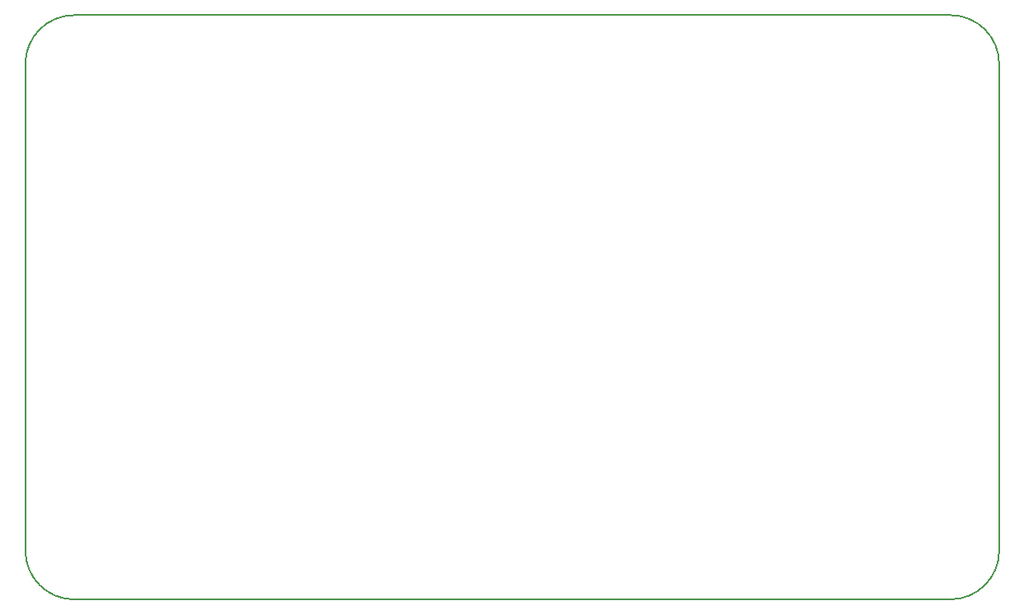
<source format=gbr>
%TF.GenerationSoftware,KiCad,Pcbnew,7.0.8*%
%TF.CreationDate,2024-02-17T12:00:41+01:00*%
%TF.ProjectId,Pendulo_Invertido,50656e64-756c-46f5-9f49-6e7665727469,rev?*%
%TF.SameCoordinates,Original*%
%TF.FileFunction,Profile,NP*%
%FSLAX46Y46*%
G04 Gerber Fmt 4.6, Leading zero omitted, Abs format (unit mm)*
G04 Created by KiCad (PCBNEW 7.0.8) date 2024-02-17 12:00:41*
%MOMM*%
%LPD*%
G01*
G04 APERTURE LIST*
%TA.AperFunction,Profile*%
%ADD10C,0.200000*%
%TD*%
G04 APERTURE END LIST*
D10*
X0Y-55000000D02*
X0Y-5000000D01*
X5000000Y0D02*
G75*
G03*
X0Y-5000000I1J-5000001D01*
G01*
X100000000Y-5000000D02*
G75*
G03*
X95000000Y0I-5000000J0D01*
G01*
X95000000Y-60000000D02*
G75*
G03*
X100000000Y-55000000I0J5000000D01*
G01*
X5000000Y-60000000D02*
X95000000Y-60000000D01*
X100000000Y-5000000D02*
X100000000Y-55000000D01*
X5000000Y0D02*
X95000000Y0D01*
X0Y-55000000D02*
G75*
G03*
X5000000Y-60000000I5000000J0D01*
G01*
M02*

</source>
